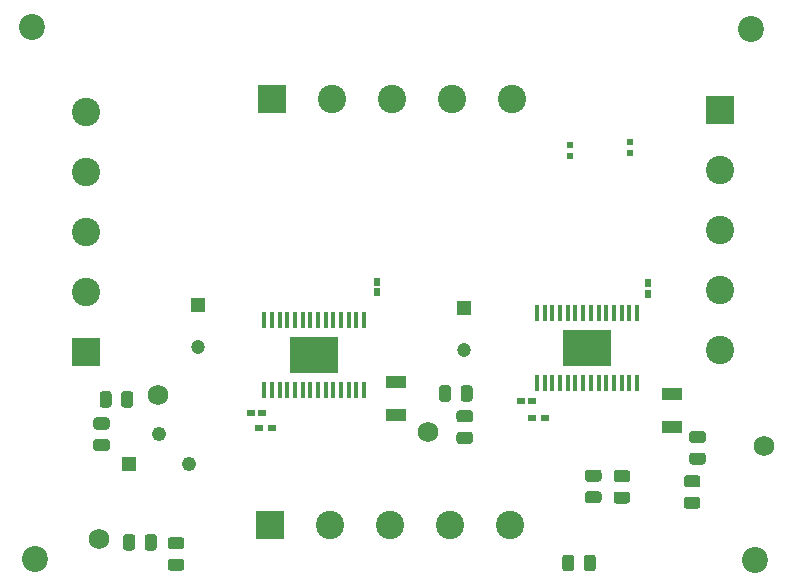
<source format=gbr>
%TF.GenerationSoftware,KiCad,Pcbnew,(5.1.9)-1*%
%TF.CreationDate,2021-10-15T13:48:39-04:00*%
%TF.ProjectId,ECE477_motorcontroller,45434534-3737-45f6-9d6f-746f72636f6e,rev?*%
%TF.SameCoordinates,Original*%
%TF.FileFunction,Soldermask,Top*%
%TF.FilePolarity,Negative*%
%FSLAX46Y46*%
G04 Gerber Fmt 4.6, Leading zero omitted, Abs format (unit mm)*
G04 Created by KiCad (PCBNEW (5.1.9)-1) date 2021-10-15 13:48:39*
%MOMM*%
%LPD*%
G01*
G04 APERTURE LIST*
%ADD10C,2.200000*%
%ADD11C,1.755000*%
%ADD12R,1.222000X1.222000*%
%ADD13C,1.222000*%
%ADD14R,0.620000X0.600000*%
%ADD15R,2.400000X2.400000*%
%ADD16C,2.400000*%
%ADD17R,0.700000X0.600000*%
%ADD18R,4.050000X3.100000*%
%ADD19R,0.450000X1.475000*%
%ADD20R,0.650000X0.620000*%
%ADD21R,1.820000X1.020000*%
%ADD22R,0.620000X0.650000*%
%ADD23C,1.200000*%
%ADD24R,1.200000X1.200000*%
G04 APERTURE END LIST*
%TO.C,R13*%
G36*
G01*
X152612500Y-86149999D02*
X152612500Y-87050001D01*
G75*
G02*
X152362501Y-87300000I-249999J0D01*
G01*
X151837499Y-87300000D01*
G75*
G02*
X151587500Y-87050001I0J249999D01*
G01*
X151587500Y-86149999D01*
G75*
G02*
X151837499Y-85900000I249999J0D01*
G01*
X152362501Y-85900000D01*
G75*
G02*
X152612500Y-86149999I0J-249999D01*
G01*
G37*
G36*
G01*
X154437500Y-86149999D02*
X154437500Y-87050001D01*
G75*
G02*
X154187501Y-87300000I-249999J0D01*
G01*
X153662499Y-87300000D01*
G75*
G02*
X153412500Y-87050001I0J249999D01*
G01*
X153412500Y-86149999D01*
G75*
G02*
X153662499Y-85900000I249999J0D01*
G01*
X154187501Y-85900000D01*
G75*
G02*
X154437500Y-86149999I0J-249999D01*
G01*
G37*
%TD*%
%TO.C,R12*%
G36*
G01*
X115450000Y-84399999D02*
X115450000Y-85300001D01*
G75*
G02*
X115200001Y-85550000I-249999J0D01*
G01*
X114674999Y-85550000D01*
G75*
G02*
X114425000Y-85300001I0J249999D01*
G01*
X114425000Y-84399999D01*
G75*
G02*
X114674999Y-84150000I249999J0D01*
G01*
X115200001Y-84150000D01*
G75*
G02*
X115450000Y-84399999I0J-249999D01*
G01*
G37*
G36*
G01*
X117275000Y-84399999D02*
X117275000Y-85300001D01*
G75*
G02*
X117025001Y-85550000I-249999J0D01*
G01*
X116499999Y-85550000D01*
G75*
G02*
X116250000Y-85300001I0J249999D01*
G01*
X116250000Y-84399999D01*
G75*
G02*
X116499999Y-84150000I249999J0D01*
G01*
X117025001Y-84150000D01*
G75*
G02*
X117275000Y-84399999I0J-249999D01*
G01*
G37*
%TD*%
%TO.C,R11*%
G36*
G01*
X118449999Y-86250000D02*
X119350001Y-86250000D01*
G75*
G02*
X119600000Y-86499999I0J-249999D01*
G01*
X119600000Y-87025001D01*
G75*
G02*
X119350001Y-87275000I-249999J0D01*
G01*
X118449999Y-87275000D01*
G75*
G02*
X118200000Y-87025001I0J249999D01*
G01*
X118200000Y-86499999D01*
G75*
G02*
X118449999Y-86250000I249999J0D01*
G01*
G37*
G36*
G01*
X118449999Y-84425000D02*
X119350001Y-84425000D01*
G75*
G02*
X119600000Y-84674999I0J-249999D01*
G01*
X119600000Y-85200001D01*
G75*
G02*
X119350001Y-85450000I-249999J0D01*
G01*
X118449999Y-85450000D01*
G75*
G02*
X118200000Y-85200001I0J249999D01*
G01*
X118200000Y-84674999D01*
G75*
G02*
X118449999Y-84425000I249999J0D01*
G01*
G37*
%TD*%
D10*
%TO.C,H4*%
X167900000Y-86350000D03*
%TD*%
%TO.C,H3*%
X167600000Y-41350000D03*
%TD*%
%TO.C,H2*%
X107000000Y-86300000D03*
%TD*%
%TO.C,H1*%
X106700000Y-41200000D03*
%TD*%
%TO.C,R10*%
G36*
G01*
X163050001Y-80200000D02*
X162149999Y-80200000D01*
G75*
G02*
X161900000Y-79950001I0J249999D01*
G01*
X161900000Y-79424999D01*
G75*
G02*
X162149999Y-79175000I249999J0D01*
G01*
X163050001Y-79175000D01*
G75*
G02*
X163300000Y-79424999I0J-249999D01*
G01*
X163300000Y-79950001D01*
G75*
G02*
X163050001Y-80200000I-249999J0D01*
G01*
G37*
G36*
G01*
X163050001Y-82025000D02*
X162149999Y-82025000D01*
G75*
G02*
X161900000Y-81775001I0J249999D01*
G01*
X161900000Y-81249999D01*
G75*
G02*
X162149999Y-81000000I249999J0D01*
G01*
X163050001Y-81000000D01*
G75*
G02*
X163300000Y-81249999I0J-249999D01*
G01*
X163300000Y-81775001D01*
G75*
G02*
X163050001Y-82025000I-249999J0D01*
G01*
G37*
%TD*%
%TO.C,R9*%
G36*
G01*
X112149999Y-76100000D02*
X113050001Y-76100000D01*
G75*
G02*
X113300000Y-76349999I0J-249999D01*
G01*
X113300000Y-76875001D01*
G75*
G02*
X113050001Y-77125000I-249999J0D01*
G01*
X112149999Y-77125000D01*
G75*
G02*
X111900000Y-76875001I0J249999D01*
G01*
X111900000Y-76349999D01*
G75*
G02*
X112149999Y-76100000I249999J0D01*
G01*
G37*
G36*
G01*
X112149999Y-74275000D02*
X113050001Y-74275000D01*
G75*
G02*
X113300000Y-74524999I0J-249999D01*
G01*
X113300000Y-75050001D01*
G75*
G02*
X113050001Y-75300000I-249999J0D01*
G01*
X112149999Y-75300000D01*
G75*
G02*
X111900000Y-75050001I0J249999D01*
G01*
X111900000Y-74524999D01*
G75*
G02*
X112149999Y-74275000I249999J0D01*
G01*
G37*
%TD*%
%TO.C,R8*%
G36*
G01*
X142899999Y-75500000D02*
X143800001Y-75500000D01*
G75*
G02*
X144050000Y-75749999I0J-249999D01*
G01*
X144050000Y-76275001D01*
G75*
G02*
X143800001Y-76525000I-249999J0D01*
G01*
X142899999Y-76525000D01*
G75*
G02*
X142650000Y-76275001I0J249999D01*
G01*
X142650000Y-75749999D01*
G75*
G02*
X142899999Y-75500000I249999J0D01*
G01*
G37*
G36*
G01*
X142899999Y-73675000D02*
X143800001Y-73675000D01*
G75*
G02*
X144050000Y-73924999I0J-249999D01*
G01*
X144050000Y-74450001D01*
G75*
G02*
X143800001Y-74700000I-249999J0D01*
G01*
X142899999Y-74700000D01*
G75*
G02*
X142650000Y-74450001I0J249999D01*
G01*
X142650000Y-73924999D01*
G75*
G02*
X142899999Y-73675000I249999J0D01*
G01*
G37*
%TD*%
%TO.C,R7*%
G36*
G01*
X143000000Y-72700001D02*
X143000000Y-71799999D01*
G75*
G02*
X143249999Y-71550000I249999J0D01*
G01*
X143775001Y-71550000D01*
G75*
G02*
X144025000Y-71799999I0J-249999D01*
G01*
X144025000Y-72700001D01*
G75*
G02*
X143775001Y-72950000I-249999J0D01*
G01*
X143249999Y-72950000D01*
G75*
G02*
X143000000Y-72700001I0J249999D01*
G01*
G37*
G36*
G01*
X141175000Y-72700001D02*
X141175000Y-71799999D01*
G75*
G02*
X141424999Y-71550000I249999J0D01*
G01*
X141950001Y-71550000D01*
G75*
G02*
X142200000Y-71799999I0J-249999D01*
G01*
X142200000Y-72700001D01*
G75*
G02*
X141950001Y-72950000I-249999J0D01*
G01*
X141424999Y-72950000D01*
G75*
G02*
X141175000Y-72700001I0J249999D01*
G01*
G37*
%TD*%
%TO.C,R4*%
G36*
G01*
X162599999Y-77250000D02*
X163500001Y-77250000D01*
G75*
G02*
X163750000Y-77499999I0J-249999D01*
G01*
X163750000Y-78025001D01*
G75*
G02*
X163500001Y-78275000I-249999J0D01*
G01*
X162599999Y-78275000D01*
G75*
G02*
X162350000Y-78025001I0J249999D01*
G01*
X162350000Y-77499999D01*
G75*
G02*
X162599999Y-77250000I249999J0D01*
G01*
G37*
G36*
G01*
X162599999Y-75425000D02*
X163500001Y-75425000D01*
G75*
G02*
X163750000Y-75674999I0J-249999D01*
G01*
X163750000Y-76200001D01*
G75*
G02*
X163500001Y-76450000I-249999J0D01*
G01*
X162599999Y-76450000D01*
G75*
G02*
X162350000Y-76200001I0J249999D01*
G01*
X162350000Y-75674999D01*
G75*
G02*
X162599999Y-75425000I249999J0D01*
G01*
G37*
%TD*%
%TO.C,R3*%
G36*
G01*
X113450000Y-72299999D02*
X113450000Y-73200001D01*
G75*
G02*
X113200001Y-73450000I-249999J0D01*
G01*
X112674999Y-73450000D01*
G75*
G02*
X112425000Y-73200001I0J249999D01*
G01*
X112425000Y-72299999D01*
G75*
G02*
X112674999Y-72050000I249999J0D01*
G01*
X113200001Y-72050000D01*
G75*
G02*
X113450000Y-72299999I0J-249999D01*
G01*
G37*
G36*
G01*
X115275000Y-72299999D02*
X115275000Y-73200001D01*
G75*
G02*
X115025001Y-73450000I-249999J0D01*
G01*
X114499999Y-73450000D01*
G75*
G02*
X114250000Y-73200001I0J249999D01*
G01*
X114250000Y-72299999D01*
G75*
G02*
X114499999Y-72050000I249999J0D01*
G01*
X115025001Y-72050000D01*
G75*
G02*
X115275000Y-72299999I0J-249999D01*
G01*
G37*
%TD*%
D11*
%TO.C,TP4*%
X168700000Y-76700000D03*
%TD*%
D12*
%TO.C,RV2*%
X114910000Y-78200000D03*
D13*
X117450000Y-75660000D03*
X119990000Y-78200000D03*
%TD*%
D11*
%TO.C,TP2*%
X140200000Y-75500000D03*
%TD*%
%TO.C,TP3*%
X112350000Y-84600000D03*
%TD*%
%TO.C,TP1*%
X117400000Y-72350000D03*
%TD*%
D14*
%TO.C,C14*%
X152300000Y-51240000D03*
X152300000Y-52160000D03*
%TD*%
%TO.C,C13*%
X157300000Y-50940000D03*
X157300000Y-51860000D03*
%TD*%
D15*
%TO.C,J3*%
X126827000Y-83424000D03*
D16*
X131907000Y-83424000D03*
X136987000Y-83424000D03*
X142067000Y-83424000D03*
X147147000Y-83424000D03*
%TD*%
%TO.C,J2*%
X111252000Y-48429000D03*
X111252000Y-53509000D03*
X111252000Y-58589000D03*
X111252000Y-63669000D03*
D15*
X111252000Y-68749000D03*
%TD*%
D16*
%TO.C,J4*%
X147370000Y-47300000D03*
X142290000Y-47300000D03*
X137210000Y-47300000D03*
X132130000Y-47300000D03*
D15*
X127050000Y-47300000D03*
%TD*%
D16*
%TO.C,J1*%
X164948000Y-68610000D03*
X164948000Y-63530000D03*
X164948000Y-58450000D03*
X164948000Y-53370000D03*
D15*
X164948000Y-48290000D03*
%TD*%
%TO.C,R6*%
G36*
G01*
X154678001Y-79721000D02*
X153777999Y-79721000D01*
G75*
G02*
X153528000Y-79471001I0J249999D01*
G01*
X153528000Y-78945999D01*
G75*
G02*
X153777999Y-78696000I249999J0D01*
G01*
X154678001Y-78696000D01*
G75*
G02*
X154928000Y-78945999I0J-249999D01*
G01*
X154928000Y-79471001D01*
G75*
G02*
X154678001Y-79721000I-249999J0D01*
G01*
G37*
G36*
G01*
X154678001Y-81546000D02*
X153777999Y-81546000D01*
G75*
G02*
X153528000Y-81296001I0J249999D01*
G01*
X153528000Y-80770999D01*
G75*
G02*
X153777999Y-80521000I249999J0D01*
G01*
X154678001Y-80521000D01*
G75*
G02*
X154928000Y-80770999I0J-249999D01*
G01*
X154928000Y-81296001D01*
G75*
G02*
X154678001Y-81546000I-249999J0D01*
G01*
G37*
%TD*%
%TO.C,R5*%
G36*
G01*
X157100001Y-79750000D02*
X156199999Y-79750000D01*
G75*
G02*
X155950000Y-79500001I0J249999D01*
G01*
X155950000Y-78974999D01*
G75*
G02*
X156199999Y-78725000I249999J0D01*
G01*
X157100001Y-78725000D01*
G75*
G02*
X157350000Y-78974999I0J-249999D01*
G01*
X157350000Y-79500001D01*
G75*
G02*
X157100001Y-79750000I-249999J0D01*
G01*
G37*
G36*
G01*
X157100001Y-81575000D02*
X156199999Y-81575000D01*
G75*
G02*
X155950000Y-81325001I0J249999D01*
G01*
X155950000Y-80799999D01*
G75*
G02*
X156199999Y-80550000I249999J0D01*
G01*
X157100001Y-80550000D01*
G75*
G02*
X157350000Y-80799999I0J-249999D01*
G01*
X157350000Y-81325001D01*
G75*
G02*
X157100001Y-81575000I-249999J0D01*
G01*
G37*
%TD*%
D17*
%TO.C,Rnfault2*%
X150114000Y-74293000D03*
X149014000Y-74293000D03*
%TD*%
%TO.C,Rnfault1*%
X127000000Y-75184000D03*
X125900000Y-75184000D03*
%TD*%
D18*
%TO.C,IC2*%
X153700000Y-68400000D03*
D19*
X157925000Y-71338000D03*
X157275000Y-71338000D03*
X156625000Y-71338000D03*
X155975000Y-71338000D03*
X155325000Y-71338000D03*
X154675000Y-71338000D03*
X154025000Y-71338000D03*
X153375000Y-71338000D03*
X152725000Y-71338000D03*
X152075000Y-71338000D03*
X151425000Y-71338000D03*
X150775000Y-71338000D03*
X150125000Y-71338000D03*
X149475000Y-71338000D03*
X149475000Y-65462000D03*
X150125000Y-65462000D03*
X150775000Y-65462000D03*
X151425000Y-65462000D03*
X152075000Y-65462000D03*
X152725000Y-65462000D03*
X153375000Y-65462000D03*
X154025000Y-65462000D03*
X154675000Y-65462000D03*
X155325000Y-65462000D03*
X155975000Y-65462000D03*
X156625000Y-65462000D03*
X157275000Y-65462000D03*
X157925000Y-65462000D03*
%TD*%
D18*
%TO.C,IC1*%
X130600000Y-69000000D03*
D19*
X134825000Y-71938000D03*
X134175000Y-71938000D03*
X133525000Y-71938000D03*
X132875000Y-71938000D03*
X132225000Y-71938000D03*
X131575000Y-71938000D03*
X130925000Y-71938000D03*
X130275000Y-71938000D03*
X129625000Y-71938000D03*
X128975000Y-71938000D03*
X128325000Y-71938000D03*
X127675000Y-71938000D03*
X127025000Y-71938000D03*
X126375000Y-71938000D03*
X126375000Y-66062000D03*
X127025000Y-66062000D03*
X127675000Y-66062000D03*
X128325000Y-66062000D03*
X128975000Y-66062000D03*
X129625000Y-66062000D03*
X130275000Y-66062000D03*
X130925000Y-66062000D03*
X131575000Y-66062000D03*
X132225000Y-66062000D03*
X132875000Y-66062000D03*
X133525000Y-66062000D03*
X134175000Y-66062000D03*
X134825000Y-66062000D03*
%TD*%
D20*
%TO.C,C12*%
X148150000Y-72898000D03*
X149030000Y-72898000D03*
%TD*%
D21*
%TO.C,C11*%
X160884000Y-72290000D03*
X160884000Y-75090000D03*
%TD*%
D22*
%TO.C,C9*%
X158900000Y-63790000D03*
X158900000Y-62910000D03*
%TD*%
D21*
%TO.C,C8*%
X137516000Y-71274000D03*
X137516000Y-74074000D03*
%TD*%
D23*
%TO.C,C7*%
X143300000Y-68550000D03*
D24*
X143300000Y-65050000D03*
%TD*%
D23*
%TO.C,C3*%
X120752000Y-68300000D03*
D24*
X120752000Y-64800000D03*
%TD*%
D20*
%TO.C,C2*%
X125290000Y-73914000D03*
X126170000Y-73914000D03*
%TD*%
D22*
%TO.C,C1*%
X135890000Y-62806000D03*
X135890000Y-63686000D03*
%TD*%
M02*

</source>
